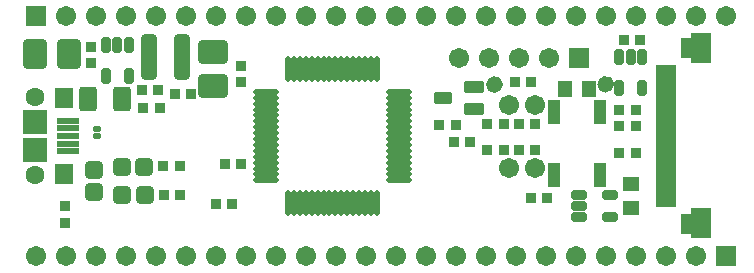
<source format=gts>
G04 Layer_Color=8388736*
%FSLAX24Y24*%
%MOIN*%
G70*
G01*
G75*
%ADD38C,0.0300*%
%ADD60O,0.0280X0.0230*%
%ADD61R,0.0380X0.0380*%
G04:AMPARAMS|DCode=62|XSize=39.5mil|YSize=67.1mil|CornerRadius=7.9mil|HoleSize=0mil|Usage=FLASHONLY|Rotation=90.000|XOffset=0mil|YOffset=0mil|HoleType=Round|Shape=RoundedRectangle|*
%AMROUNDEDRECTD62*
21,1,0.0395,0.0512,0,0,90.0*
21,1,0.0236,0.0671,0,0,90.0*
1,1,0.0159,0.0256,0.0118*
1,1,0.0159,0.0256,-0.0118*
1,1,0.0159,-0.0256,-0.0118*
1,1,0.0159,-0.0256,0.0118*
%
%ADD62ROUNDEDRECTD62*%
G04:AMPARAMS|DCode=63|XSize=39.5mil|YSize=63.1mil|CornerRadius=7.9mil|HoleSize=0mil|Usage=FLASHONLY|Rotation=90.000|XOffset=0mil|YOffset=0mil|HoleType=Round|Shape=RoundedRectangle|*
%AMROUNDEDRECTD63*
21,1,0.0395,0.0472,0,0,90.0*
21,1,0.0236,0.0631,0,0,90.0*
1,1,0.0159,0.0236,0.0118*
1,1,0.0159,0.0236,-0.0118*
1,1,0.0159,-0.0236,-0.0118*
1,1,0.0159,-0.0236,0.0118*
%
%ADD63ROUNDEDRECTD63*%
%ADD64R,0.0180X0.0180*%
%ADD65O,0.0210X0.0848*%
%ADD66O,0.0848X0.0210*%
%ADD67R,0.0631X0.0710*%
%ADD68R,0.0828X0.0828*%
%ADD69R,0.0730X0.0237*%
G04:AMPARAMS|DCode=70|XSize=31.6mil|YSize=55.2mil|CornerRadius=7mil|HoleSize=0mil|Usage=FLASHONLY|Rotation=180.000|XOffset=0mil|YOffset=0mil|HoleType=Round|Shape=RoundedRectangle|*
%AMROUNDEDRECTD70*
21,1,0.0316,0.0413,0,0,180.0*
21,1,0.0177,0.0552,0,0,180.0*
1,1,0.0139,-0.0089,0.0207*
1,1,0.0139,0.0089,0.0207*
1,1,0.0139,0.0089,-0.0207*
1,1,0.0139,-0.0089,-0.0207*
%
%ADD70ROUNDEDRECTD70*%
G04:AMPARAMS|DCode=71|XSize=98.6mil|YSize=78.9mil|CornerRadius=12.9mil|HoleSize=0mil|Usage=FLASHONLY|Rotation=270.000|XOffset=0mil|YOffset=0mil|HoleType=Round|Shape=RoundedRectangle|*
%AMROUNDEDRECTD71*
21,1,0.0986,0.0532,0,0,270.0*
21,1,0.0728,0.0789,0,0,270.0*
1,1,0.0257,-0.0266,-0.0364*
1,1,0.0257,-0.0266,0.0364*
1,1,0.0257,0.0266,0.0364*
1,1,0.0257,0.0266,-0.0364*
%
%ADD71ROUNDEDRECTD71*%
G04:AMPARAMS|DCode=72|XSize=98.6mil|YSize=78.9mil|CornerRadius=12.9mil|HoleSize=0mil|Usage=FLASHONLY|Rotation=0.000|XOffset=0mil|YOffset=0mil|HoleType=Round|Shape=RoundedRectangle|*
%AMROUNDEDRECTD72*
21,1,0.0986,0.0532,0,0,0.0*
21,1,0.0728,0.0789,0,0,0.0*
1,1,0.0257,0.0364,-0.0266*
1,1,0.0257,-0.0364,-0.0266*
1,1,0.0257,-0.0364,0.0266*
1,1,0.0257,0.0364,0.0266*
%
%ADD72ROUNDEDRECTD72*%
%ADD73R,0.0380X0.0380*%
G04:AMPARAMS|DCode=74|XSize=31.6mil|YSize=55.2mil|CornerRadius=7mil|HoleSize=0mil|Usage=FLASHONLY|Rotation=270.000|XOffset=0mil|YOffset=0mil|HoleType=Round|Shape=RoundedRectangle|*
%AMROUNDEDRECTD74*
21,1,0.0316,0.0413,0,0,270.0*
21,1,0.0177,0.0552,0,0,270.0*
1,1,0.0139,-0.0207,-0.0089*
1,1,0.0139,-0.0207,0.0089*
1,1,0.0139,0.0207,0.0089*
1,1,0.0139,0.0207,-0.0089*
%
%ADD74ROUNDEDRECTD74*%
G04:AMPARAMS|DCode=75|XSize=55.2mil|YSize=153.7mil|CornerRadius=15.8mil|HoleSize=0mil|Usage=FLASHONLY|Rotation=0.000|XOffset=0mil|YOffset=0mil|HoleType=Round|Shape=RoundedRectangle|*
%AMROUNDEDRECTD75*
21,1,0.0552,0.1220,0,0,0.0*
21,1,0.0236,0.1537,0,0,0.0*
1,1,0.0316,0.0118,-0.0610*
1,1,0.0316,-0.0118,-0.0610*
1,1,0.0316,-0.0118,0.0610*
1,1,0.0316,0.0118,0.0610*
%
%ADD75ROUNDEDRECTD75*%
G04:AMPARAMS|DCode=76|XSize=82.8mil|YSize=59.2mil|CornerRadius=10.4mil|HoleSize=0mil|Usage=FLASHONLY|Rotation=90.000|XOffset=0mil|YOffset=0mil|HoleType=Round|Shape=RoundedRectangle|*
%AMROUNDEDRECTD76*
21,1,0.0828,0.0384,0,0,90.0*
21,1,0.0620,0.0592,0,0,90.0*
1,1,0.0208,0.0192,0.0310*
1,1,0.0208,0.0192,-0.0310*
1,1,0.0208,-0.0192,-0.0310*
1,1,0.0208,-0.0192,0.0310*
%
%ADD76ROUNDEDRECTD76*%
G04:AMPARAMS|DCode=77|XSize=58mil|YSize=58mil|CornerRadius=10.3mil|HoleSize=0mil|Usage=FLASHONLY|Rotation=90.000|XOffset=0mil|YOffset=0mil|HoleType=Round|Shape=RoundedRectangle|*
%AMROUNDEDRECTD77*
21,1,0.0580,0.0375,0,0,90.0*
21,1,0.0375,0.0580,0,0,90.0*
1,1,0.0205,0.0188,0.0188*
1,1,0.0205,0.0188,-0.0188*
1,1,0.0205,-0.0188,-0.0188*
1,1,0.0205,-0.0188,0.0188*
%
%ADD77ROUNDEDRECTD77*%
G04:AMPARAMS|DCode=78|XSize=58mil|YSize=58mil|CornerRadius=10.3mil|HoleSize=0mil|Usage=FLASHONLY|Rotation=180.000|XOffset=0mil|YOffset=0mil|HoleType=Round|Shape=RoundedRectangle|*
%AMROUNDEDRECTD78*
21,1,0.0580,0.0375,0,0,180.0*
21,1,0.0375,0.0580,0,0,180.0*
1,1,0.0205,-0.0188,0.0188*
1,1,0.0205,0.0188,0.0188*
1,1,0.0205,0.0188,-0.0188*
1,1,0.0205,-0.0188,-0.0188*
%
%ADD78ROUNDEDRECTD78*%
%ADD79R,0.0434X0.0789*%
%ADD80R,0.0710X0.1025*%
%ADD81R,0.0395X0.0710*%
%ADD82R,0.0710X0.0198*%
%ADD83R,0.0480X0.0580*%
%ADD84R,0.0580X0.0480*%
%ADD85C,0.0631*%
%ADD86C,0.0671*%
%ADD87R,0.0671X0.0671*%
D38*
X15982Y6180D02*
G03*
X15982Y6180I-132J0D01*
G01*
X19692Y6190D02*
G03*
X19692Y6190I-132J0D01*
G01*
D60*
X2620Y4710D02*
D03*
Y4460D02*
D03*
D61*
X20010Y4800D02*
D03*
X20560D02*
D03*
X20010Y3890D02*
D03*
X20560D02*
D03*
X14020Y4830D02*
D03*
X14570D02*
D03*
X17080Y6260D02*
D03*
X16530D02*
D03*
X5740Y5860D02*
D03*
X5190D02*
D03*
X4100Y5990D02*
D03*
X4650D02*
D03*
X17070Y2410D02*
D03*
X17620D02*
D03*
X20170Y7650D02*
D03*
X20720D02*
D03*
X17220Y3990D02*
D03*
X16670D02*
D03*
X15610D02*
D03*
X16160D02*
D03*
X17220Y4870D02*
D03*
X16670D02*
D03*
X15620D02*
D03*
X16170D02*
D03*
X15050Y4250D02*
D03*
X14500D02*
D03*
X5360Y3450D02*
D03*
X4810D02*
D03*
X5380Y2500D02*
D03*
X4830D02*
D03*
X7120Y2200D02*
D03*
X6570D02*
D03*
X7420Y3530D02*
D03*
X6870D02*
D03*
X4150Y5390D02*
D03*
X4700D02*
D03*
X20020Y5320D02*
D03*
X20570D02*
D03*
D62*
X15172Y6104D02*
D03*
Y5356D02*
D03*
D63*
X14148Y5730D02*
D03*
D64*
X15851Y6329D02*
D03*
Y6029D02*
D03*
X19559Y6041D02*
D03*
Y6341D02*
D03*
D65*
X11926Y2236D02*
D03*
X11730D02*
D03*
X11533D02*
D03*
X11336D02*
D03*
X11139D02*
D03*
X10942D02*
D03*
X10745D02*
D03*
X10548D02*
D03*
X10352D02*
D03*
X10155D02*
D03*
X9958D02*
D03*
X9761D02*
D03*
X9564D02*
D03*
X9367D02*
D03*
X9170D02*
D03*
X8974D02*
D03*
Y6685D02*
D03*
X9170D02*
D03*
X9367D02*
D03*
X9564D02*
D03*
X9761D02*
D03*
X9958D02*
D03*
X10155D02*
D03*
X10352D02*
D03*
X10548D02*
D03*
X10745D02*
D03*
X10942D02*
D03*
X11139D02*
D03*
X11336D02*
D03*
X11533D02*
D03*
X11730D02*
D03*
X11926D02*
D03*
D66*
X8226Y2984D02*
D03*
Y3181D02*
D03*
Y3378D02*
D03*
Y3575D02*
D03*
Y3772D02*
D03*
Y3968D02*
D03*
Y4165D02*
D03*
Y4362D02*
D03*
Y4559D02*
D03*
Y4756D02*
D03*
Y4953D02*
D03*
Y5150D02*
D03*
Y5346D02*
D03*
Y5543D02*
D03*
Y5740D02*
D03*
Y5937D02*
D03*
X12674D02*
D03*
Y5740D02*
D03*
Y5543D02*
D03*
Y5346D02*
D03*
Y5150D02*
D03*
Y4953D02*
D03*
Y4756D02*
D03*
Y4559D02*
D03*
Y4362D02*
D03*
Y4165D02*
D03*
Y3968D02*
D03*
Y3772D02*
D03*
Y3575D02*
D03*
Y3378D02*
D03*
Y3181D02*
D03*
Y2984D02*
D03*
D67*
X1495Y5720D02*
D03*
Y3201D02*
D03*
D68*
X530Y4933D02*
D03*
Y3988D02*
D03*
D69*
X1642Y4205D02*
D03*
Y4972D02*
D03*
Y3949D02*
D03*
Y4717D02*
D03*
Y4461D02*
D03*
D70*
X2906Y7492D02*
D03*
X3280D02*
D03*
X3654D02*
D03*
X2906Y6468D02*
D03*
X3654D02*
D03*
X20016Y7082D02*
D03*
X20390D02*
D03*
X20764D02*
D03*
X20016Y6058D02*
D03*
X20764D02*
D03*
D71*
X1671Y7200D02*
D03*
X529D02*
D03*
D72*
X6460Y7261D02*
D03*
Y6119D02*
D03*
D73*
X2390Y7440D02*
D03*
Y6890D02*
D03*
X1550Y1580D02*
D03*
Y2130D02*
D03*
X7410Y6260D02*
D03*
Y6810D02*
D03*
D74*
X18668Y1756D02*
D03*
Y2130D02*
D03*
Y2504D02*
D03*
X19692Y1756D02*
D03*
Y2504D02*
D03*
D75*
X4339Y7100D02*
D03*
X5441D02*
D03*
D76*
X2289Y5710D02*
D03*
X3431D02*
D03*
D77*
X2490Y3345D02*
D03*
Y2595D02*
D03*
D78*
X3425Y3440D02*
D03*
X4175D02*
D03*
X3445Y2500D02*
D03*
X4195D02*
D03*
D79*
X17842Y3160D02*
D03*
Y5260D02*
D03*
X19378Y3160D02*
D03*
Y5260D02*
D03*
D80*
X22747Y1557D02*
D03*
Y7383D02*
D03*
D81*
X22275Y1530D02*
D03*
Y7410D02*
D03*
D82*
X21586Y2206D02*
D03*
Y2403D02*
D03*
Y2797D02*
D03*
Y2600D02*
D03*
Y3584D02*
D03*
Y3978D02*
D03*
Y3781D02*
D03*
Y2994D02*
D03*
Y3387D02*
D03*
Y3190D02*
D03*
Y4175D02*
D03*
Y4962D02*
D03*
Y4372D02*
D03*
Y5159D02*
D03*
Y5356D02*
D03*
Y5750D02*
D03*
Y5946D02*
D03*
Y4568D02*
D03*
Y5553D02*
D03*
Y4765D02*
D03*
Y6143D02*
D03*
Y6340D02*
D03*
Y6537D02*
D03*
Y6734D02*
D03*
D83*
X19010Y6030D02*
D03*
X18210D02*
D03*
D84*
X20390Y2870D02*
D03*
Y2070D02*
D03*
D85*
X530Y5760D02*
D03*
Y3161D02*
D03*
D86*
X1560Y8450D02*
D03*
X2560D02*
D03*
X3560D02*
D03*
X4560D02*
D03*
X5560D02*
D03*
X6560D02*
D03*
X7560D02*
D03*
X8560D02*
D03*
X9560D02*
D03*
X10560D02*
D03*
X11560D02*
D03*
X12560D02*
D03*
X13560D02*
D03*
X14560D02*
D03*
X15560D02*
D03*
X16560D02*
D03*
X17560D02*
D03*
X18560D02*
D03*
X19560D02*
D03*
X20560D02*
D03*
X21560D02*
D03*
X22560D02*
D03*
X23560D02*
D03*
X22560Y450D02*
D03*
X21560D02*
D03*
X20560D02*
D03*
X19560D02*
D03*
X18560D02*
D03*
X17560D02*
D03*
X16560D02*
D03*
X15560D02*
D03*
X14560D02*
D03*
X13560D02*
D03*
X12560D02*
D03*
X11560D02*
D03*
X10560D02*
D03*
X9560D02*
D03*
X8560D02*
D03*
X7560D02*
D03*
X6560D02*
D03*
X5560D02*
D03*
X4560D02*
D03*
X3560D02*
D03*
X2560D02*
D03*
X1560D02*
D03*
X560D02*
D03*
X16337Y5513D02*
D03*
X17203D02*
D03*
Y3387D02*
D03*
X16337D02*
D03*
X17670Y7060D02*
D03*
X14670D02*
D03*
X16670D02*
D03*
X15670D02*
D03*
D87*
X560Y8450D02*
D03*
X23560Y450D02*
D03*
X18670Y7060D02*
D03*
M02*

</source>
